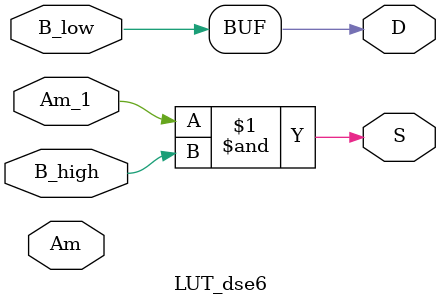
<source format=v>
`timescale 1ns/1ns
module LUT_dse6(
    input           Am          ,
    input           B_low       ,
    input           Am_1        ,
    input           B_high      ,
    output          S           ,
    output          D           //           
);

	assign D = B_low;
	assign S = Am_1 & B_high;

endmodule // LUT_dse6


</source>
